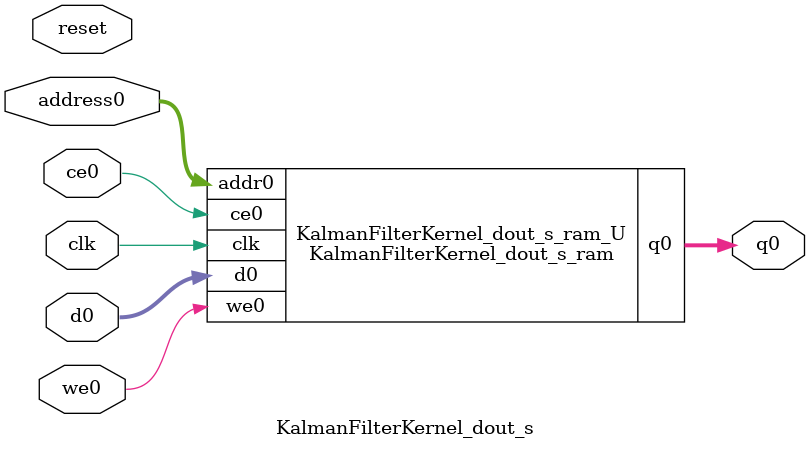
<source format=v>
`timescale 1 ns / 1 ps
module KalmanFilterKernel_dout_s_ram (addr0, ce0, d0, we0, q0,  clk);

parameter DWIDTH = 32;
parameter AWIDTH = 3;
parameter MEM_SIZE = 6;

input[AWIDTH-1:0] addr0;
input ce0;
input[DWIDTH-1:0] d0;
input we0;
output reg[DWIDTH-1:0] q0;
input clk;

reg [DWIDTH-1:0] ram[0:MEM_SIZE-1];




always @(posedge clk)  
begin 
    if (ce0) begin
        if (we0) 
            ram[addr0] <= d0; 
        q0 <= ram[addr0];
    end
end


endmodule

`timescale 1 ns / 1 ps
module KalmanFilterKernel_dout_s(
    reset,
    clk,
    address0,
    ce0,
    we0,
    d0,
    q0);

parameter DataWidth = 32'd32;
parameter AddressRange = 32'd6;
parameter AddressWidth = 32'd3;
input reset;
input clk;
input[AddressWidth - 1:0] address0;
input ce0;
input we0;
input[DataWidth - 1:0] d0;
output[DataWidth - 1:0] q0;



KalmanFilterKernel_dout_s_ram KalmanFilterKernel_dout_s_ram_U(
    .clk( clk ),
    .addr0( address0 ),
    .ce0( ce0 ),
    .we0( we0 ),
    .d0( d0 ),
    .q0( q0 ));

endmodule


</source>
